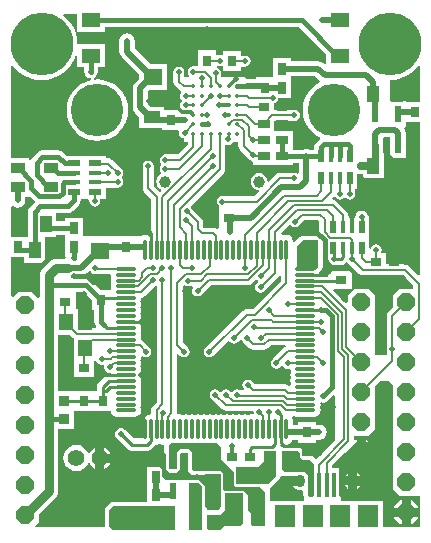
<source format=gtl>
G04*
G04 #@! TF.GenerationSoftware,Altium Limited,Altium Designer,19.1.8 (144)*
G04*
G04 Layer_Physical_Order=1*
G04 Layer_Color=255*
%FSLAX25Y25*%
%MOIN*%
G70*
G01*
G75*
%ADD10C,0.00600*%
%ADD20R,0.01575X0.07874*%
%ADD21R,0.07087X0.07480*%
%ADD22R,0.03740X0.03543*%
%ADD23R,0.03000X0.03740*%
%ADD24R,0.01575X0.04331*%
%ADD25R,0.01968X0.04331*%
%ADD26R,0.03740X0.03000*%
%ADD27R,0.05315X0.03937*%
%ADD28R,0.03000X0.03937*%
%ADD29R,0.03937X0.05512*%
%ADD30R,0.03937X0.03150*%
%ADD31O,0.01102X0.07087*%
%ADD32O,0.07087X0.01102*%
%ADD33R,0.03937X0.03000*%
%ADD34R,0.03937X0.05315*%
%ADD35R,0.02362X0.05512*%
G04:AMPARAMS|DCode=36|XSize=13.39mil|YSize=13.39mil|CornerRadius=6.7mil|HoleSize=0mil|Usage=FLASHONLY|Rotation=270.000|XOffset=0mil|YOffset=0mil|HoleType=Round|Shape=RoundedRectangle|*
%AMROUNDEDRECTD36*
21,1,0.01339,0.00000,0,0,270.0*
21,1,0.00000,0.01339,0,0,270.0*
1,1,0.01339,0.00000,0.00000*
1,1,0.01339,0.00000,0.00000*
1,1,0.01339,0.00000,0.00000*
1,1,0.01339,0.00000,0.00000*
%
%ADD36ROUNDEDRECTD36*%
%ADD37R,0.06299X0.05512*%
%ADD38R,0.06299X0.04724*%
%ADD39R,0.03150X0.07874*%
%ADD40R,0.03543X0.03740*%
%ADD41R,0.04528X0.05512*%
%ADD42R,0.04331X0.01575*%
%ADD43R,0.04331X0.01968*%
%ADD44R,0.04724X0.03740*%
%ADD77C,0.02000*%
%ADD78C,0.01500*%
%ADD79C,0.03000*%
%ADD80C,0.01200*%
%ADD81C,0.01000*%
%ADD82C,0.02500*%
%ADD83C,0.02200*%
%ADD84R,0.03400X0.03800*%
%ADD85R,0.03790X0.03790*%
%ADD86O,0.02362X0.05118*%
%ADD87O,0.03347X0.04134*%
%ADD88P,0.06494X8X22.5*%
%ADD89C,0.05600*%
%ADD90C,0.17500*%
%ADD91C,0.20866*%
%ADD92C,0.02000*%
%ADD93C,0.03937*%
G36*
X23850Y167043D02*
X33150D01*
Y168611D01*
X97744D01*
X106850Y159505D01*
Y156508D01*
X106388Y156316D01*
X106103Y156602D01*
X105276Y157154D01*
X104301Y157348D01*
X95000D01*
Y158268D01*
X89000D01*
Y151870D01*
X83500D01*
Y151449D01*
X80335D01*
X79907Y151877D01*
X71835D01*
Y153400D01*
X71696Y154102D01*
X71298Y154698D01*
X70702Y155096D01*
X70354Y155165D01*
X70404Y155665D01*
X71378D01*
X72000Y155789D01*
X72500Y155546D01*
Y154079D01*
X78500D01*
Y155515D01*
X79878D01*
X80581Y155655D01*
X81176Y156052D01*
X81574Y156648D01*
X81713Y157350D01*
X81574Y158053D01*
X81176Y158648D01*
X80581Y159046D01*
X79878Y159186D01*
X78500D01*
Y160819D01*
X72500D01*
Y159453D01*
X72000Y159212D01*
X71378Y159335D01*
X70000D01*
Y160870D01*
X64000D01*
Y155539D01*
X62604D01*
X61902Y155400D01*
X61306Y155002D01*
X61202Y154898D01*
X60804Y154302D01*
X60665Y153600D01*
X60804Y152898D01*
X61152Y152377D01*
X61067Y152085D01*
X60938Y151877D01*
X59635D01*
Y153600D01*
X59496Y154302D01*
X59098Y154898D01*
X58502Y155296D01*
X57800Y155435D01*
X57098Y155296D01*
X56502Y154898D01*
X56104Y154302D01*
X55965Y153600D01*
Y150400D01*
X56104Y149698D01*
X56502Y149102D01*
X58028Y147576D01*
X58355Y147358D01*
X58609Y147130D01*
X58482Y146717D01*
X58304Y146451D01*
X58165Y145749D01*
X58304Y145047D01*
X58680Y144484D01*
X58742Y144337D01*
Y144012D01*
X58680Y143865D01*
X58304Y143302D01*
X58165Y142600D01*
X58304Y141898D01*
X58609Y141442D01*
X58256Y141070D01*
X52957D01*
Y142105D01*
X48299D01*
X47449Y142956D01*
Y147244D01*
X47949Y147744D01*
X53649D01*
Y156256D01*
X48349D01*
X43049Y161556D01*
Y164100D01*
X42855Y165076D01*
X42302Y165902D01*
X41475Y166455D01*
X40500Y166649D01*
X39524Y166455D01*
X38698Y165902D01*
X38145Y165076D01*
X37951Y164100D01*
Y160500D01*
X38145Y159525D01*
X38698Y158698D01*
X44350Y153045D01*
Y151355D01*
X43098Y150102D01*
X42545Y149276D01*
X42351Y148300D01*
Y141900D01*
X42545Y140925D01*
X43098Y140098D01*
X44642Y138553D01*
Y135169D01*
X49012D01*
X49100Y135151D01*
X52300D01*
Y134330D01*
X57552D01*
X57911Y133830D01*
X57830Y133421D01*
X57969Y132719D01*
X58367Y132123D01*
X58963Y131725D01*
X59602Y131598D01*
X59600Y130300D01*
X60685D01*
Y129580D01*
X57340Y126235D01*
X53300D01*
X52598Y126096D01*
X52002Y125698D01*
X51604Y125102D01*
X51465Y124400D01*
X51604Y123698D01*
X51911Y123238D01*
X51968Y122900D01*
X51911Y122562D01*
X51604Y122102D01*
X51465Y121400D01*
X51604Y120698D01*
X51911Y120239D01*
X51843Y119766D01*
X51786Y119646D01*
X51616Y119575D01*
X51037Y119131D01*
X50594Y118553D01*
X50315Y117879D01*
X50219Y117157D01*
X50315Y116434D01*
X50594Y115761D01*
X51037Y115182D01*
X51616Y114738D01*
X51785Y114668D01*
X51882Y114178D01*
X51400Y113695D01*
X49435Y115660D01*
Y122300D01*
X49296Y123002D01*
X48898Y123598D01*
X48302Y123996D01*
X47600Y124135D01*
X46898Y123996D01*
X46302Y123598D01*
X45904Y123002D01*
X45765Y122300D01*
Y114900D01*
X45904Y114198D01*
X46302Y113602D01*
X48480Y111425D01*
Y98860D01*
X47980Y98708D01*
X47857Y98892D01*
X47178Y99345D01*
X46378Y99505D01*
X45578Y99345D01*
X45210Y99100D01*
X25900D01*
Y105168D01*
X19900D01*
Y103993D01*
X16969D01*
Y106606D01*
X20700D01*
X21578Y106781D01*
X22322Y107278D01*
X24329Y109284D01*
X24826Y110029D01*
X25001Y110907D01*
Y111291D01*
X27551D01*
X27903Y110791D01*
X27865Y110600D01*
X28004Y109898D01*
X28402Y109302D01*
X28998Y108904D01*
X29700Y108765D01*
X30402Y108904D01*
X30998Y109302D01*
X31091Y109396D01*
X31489Y109991D01*
X31629Y110693D01*
Y111291D01*
X33459D01*
Y115090D01*
X37273D01*
X37400Y115065D01*
X38102Y115204D01*
X38698Y115602D01*
X39096Y116198D01*
X39235Y116900D01*
X39096Y117602D01*
X38698Y118198D01*
Y118332D01*
X38792Y118744D01*
X39096Y119198D01*
X39235Y119900D01*
X39096Y120602D01*
X38698Y121198D01*
X35434Y124461D01*
X34839Y124859D01*
X34136Y124999D01*
X33459D01*
Y125709D01*
X20436D01*
X19222Y126922D01*
X18478Y127419D01*
X17600Y127594D01*
X12300D01*
X11422Y127419D01*
X10678Y126922D01*
X8778Y125022D01*
X8350Y124382D01*
X7850Y124483D01*
Y124921D01*
X1931D01*
Y155655D01*
X2431Y155830D01*
X3536Y154536D01*
X4964Y153316D01*
X6566Y152335D01*
X8301Y151616D01*
X10127Y151177D01*
X12000Y151030D01*
X13872Y151177D01*
X15699Y151616D01*
X17434Y152335D01*
X19036Y153316D01*
X20464Y154536D01*
X21684Y155964D01*
X22665Y157566D01*
X23384Y159301D01*
X23850Y159157D01*
Y155232D01*
X26206D01*
Y153800D01*
X26381Y152922D01*
X26878Y152178D01*
X27622Y151681D01*
X28337Y151538D01*
X28363Y151023D01*
X26689Y150516D01*
X24908Y149564D01*
X23347Y148283D01*
X22066Y146722D01*
X21114Y144941D01*
X20528Y143009D01*
X20330Y141000D01*
X20528Y138991D01*
X21114Y137058D01*
X22066Y135278D01*
X23347Y133717D01*
X24908Y132436D01*
X26689Y131484D01*
X28621Y130898D01*
X30630Y130700D01*
X32639Y130898D01*
X34571Y131484D01*
X36352Y132436D01*
X37913Y133717D01*
X39194Y135278D01*
X40146Y137058D01*
X40732Y138991D01*
X40930Y141000D01*
X40732Y143009D01*
X40146Y144941D01*
X39194Y146722D01*
X37913Y148283D01*
X36352Y149564D01*
X34571Y150516D01*
X32639Y151102D01*
X30630Y151300D01*
X29433Y151182D01*
X29359Y151677D01*
X29378Y151681D01*
X30122Y152178D01*
X30619Y152922D01*
X30794Y153800D01*
Y155232D01*
X33150D01*
Y162957D01*
X24010D01*
X23970Y163000D01*
X23823Y164873D01*
X23384Y166699D01*
X22665Y168434D01*
X21684Y170036D01*
X20464Y171464D01*
X19170Y172569D01*
X19345Y173069D01*
X23850D01*
Y167043D01*
D02*
G37*
G36*
X138069Y155655D02*
Y143819D01*
X133500D01*
X133421Y143874D01*
Y143874D01*
X128100D01*
Y151038D01*
X129873Y151177D01*
X131699Y151616D01*
X133434Y152335D01*
X135036Y153316D01*
X136464Y154536D01*
X137569Y155830D01*
X138069Y155655D01*
D02*
G37*
G36*
X77533Y129132D02*
X77672Y128430D01*
X78070Y127834D01*
X81102Y124802D01*
X81102Y124802D01*
X81602Y124302D01*
X82198Y123904D01*
X82531Y123838D01*
Y122600D01*
X95768D01*
Y123249D01*
X97751D01*
Y120097D01*
X97251Y119829D01*
X97002Y119996D01*
X96300Y120135D01*
X91600D01*
X90898Y119996D01*
X90302Y119598D01*
X87748Y117044D01*
X87283Y117286D01*
X87205Y117879D01*
X86926Y118553D01*
X86482Y119131D01*
X85904Y119575D01*
X85231Y119854D01*
X84508Y119949D01*
X83785Y119854D01*
X83112Y119575D01*
X82533Y119131D01*
X82090Y118553D01*
X81811Y117879D01*
X81716Y117157D01*
X81811Y116434D01*
X82090Y115761D01*
X82533Y115182D01*
X83112Y114738D01*
X83785Y114460D01*
X84379Y114381D01*
X84621Y113916D01*
X83040Y112335D01*
X72300D01*
X71598Y112196D01*
X71002Y111798D01*
X70604Y111202D01*
X70465Y110500D01*
X70604Y109798D01*
X71002Y109202D01*
X71200Y109070D01*
Y108000D01*
X71181D01*
Y102081D01*
X70398Y101298D01*
X69802Y101696D01*
X69100Y101835D01*
X66160D01*
X65835Y102160D01*
Y103700D01*
X65696Y104402D01*
X65298Y104998D01*
X61857Y108438D01*
X61777Y109065D01*
X72676Y119964D01*
X73074Y120560D01*
X73213Y121262D01*
Y129206D01*
X73713Y129481D01*
X74300Y129365D01*
X74316Y129368D01*
X74331Y129365D01*
X75033Y129504D01*
X75629Y129902D01*
X75894Y130300D01*
X77533D01*
Y129132D01*
D02*
G37*
G36*
X104598Y150898D02*
X104880Y150709D01*
X104856Y150209D01*
X103648Y149564D01*
X102087Y148283D01*
X100806Y146722D01*
X99854Y144941D01*
X99268Y143009D01*
X99070Y141000D01*
X99268Y138991D01*
X99854Y137058D01*
X100806Y135278D01*
X102087Y133717D01*
X103648Y132436D01*
X104718Y131865D01*
X104742Y131365D01*
X104678Y131322D01*
X103653Y130298D01*
X103156Y129553D01*
X103088Y129209D01*
X102791D01*
Y127837D01*
X101366D01*
X101276Y127898D01*
X100300Y128092D01*
X99325Y127898D01*
X99234Y127837D01*
X95768D01*
Y134000D01*
X89468D01*
Y137365D01*
X96300D01*
X97002Y137504D01*
X97598Y137902D01*
X97996Y138498D01*
X98135Y139200D01*
Y139300D01*
X97996Y140002D01*
X97598Y140598D01*
X97002Y140996D01*
X96300Y141135D01*
X95797Y141035D01*
X89370D01*
Y143219D01*
X89802Y143304D01*
X90398Y143702D01*
X90796Y144298D01*
X90935Y145000D01*
X90961Y145031D01*
X95000D01*
Y152250D01*
X103245D01*
X104598Y150898D01*
D02*
G37*
G36*
X138069Y86080D02*
X137607Y85888D01*
X134398Y89098D01*
X133802Y89496D01*
X133100Y89635D01*
X126819D01*
Y93500D01*
X125284D01*
Y94143D01*
X125335Y94400D01*
X125196Y95102D01*
X124798Y95698D01*
X124202Y96096D01*
X123500Y96235D01*
X122798Y96096D01*
X122202Y95698D01*
X122151Y95647D01*
X121753Y95051D01*
X121709Y94827D01*
X121209Y94876D01*
Y98378D01*
Y105709D01*
X120717D01*
X120608Y106256D01*
X120166Y106918D01*
X119505Y107360D01*
X118724Y107515D01*
X117944Y107360D01*
X117282Y106918D01*
X116841Y106256D01*
X116732Y105709D01*
X116240D01*
Y100304D01*
X115740Y100037D01*
X115502Y100196D01*
X114800Y100335D01*
X114713D01*
Y105709D01*
X114260D01*
Y105875D01*
X114121Y106577D01*
X113723Y107173D01*
X110298Y110598D01*
X109702Y110996D01*
X109115Y111112D01*
X108877Y111582D01*
X109442Y112146D01*
X109445Y112147D01*
X110058Y112055D01*
X110277Y111727D01*
X110302Y111702D01*
X110898Y111304D01*
X111600Y111165D01*
X112302Y111304D01*
X112898Y111702D01*
X112935Y111758D01*
X113500Y111704D01*
X113502Y111702D01*
X114098Y111304D01*
X114800Y111165D01*
X115502Y111304D01*
X116098Y111702D01*
X116496Y112298D01*
X116635Y113000D01*
X116560Y113380D01*
Y114791D01*
X117209D01*
Y119608D01*
X117624Y119886D01*
X117782Y119821D01*
X118500Y119726D01*
X119095D01*
Y118342D01*
X126031D01*
Y126657D01*
X125941D01*
Y131851D01*
X128059D01*
Y125126D01*
X133421D01*
Y133638D01*
X133234D01*
X133095Y134335D01*
X132743Y134862D01*
X133010Y135362D01*
X133421D01*
Y136611D01*
X133500Y137079D01*
X138069D01*
Y86080D01*
D02*
G37*
G36*
X7850Y112079D02*
Y112079D01*
X8310Y111945D01*
X9678Y110578D01*
X9701Y110345D01*
X8138Y108782D01*
X7640Y108038D01*
X7466Y107160D01*
Y98902D01*
X7000Y98819D01*
Y98819D01*
X1931D01*
Y108755D01*
X2431Y109022D01*
X3013Y108633D01*
X3988Y108439D01*
X4964Y108633D01*
X5791Y109186D01*
X6343Y110013D01*
X6537Y110988D01*
Y112079D01*
X7850D01*
X7850Y112079D01*
D02*
G37*
G36*
X104565Y103840D02*
Y100300D01*
X104704Y99598D01*
X104765Y99507D01*
X104464Y99057D01*
X104100Y99129D01*
X99100D01*
X98515Y99013D01*
X98019Y98681D01*
X96213Y96876D01*
X95842Y96976D01*
X95713Y97066D01*
Y97413D01*
X95554Y98214D01*
X95101Y98892D01*
X94422Y99345D01*
X93622Y99505D01*
X92822Y99345D01*
X92638Y99223D01*
X92454Y99345D01*
X92115Y99413D01*
X91951Y99955D01*
X94582Y102586D01*
X95079Y102537D01*
X95102Y102502D01*
X95698Y102104D01*
X96400Y101965D01*
X97102Y102104D01*
X97698Y102502D01*
X99460Y104265D01*
X104140D01*
X104565Y103840D01*
D02*
G37*
G36*
X19900Y98231D02*
Y91931D01*
X20149D01*
X20152Y91926D01*
X19835Y91426D01*
X16900D01*
X16117Y91323D01*
X15387Y91021D01*
X14760Y90540D01*
X14760Y90540D01*
X12260Y88040D01*
X11779Y87413D01*
X11477Y86683D01*
X11374Y85900D01*
Y82800D01*
Y78554D01*
X10874Y78376D01*
X8750Y80500D01*
X4250D01*
X2431Y78681D01*
X1931Y78888D01*
Y91882D01*
X6291D01*
Y90110D01*
X13228D01*
Y98622D01*
X13666Y98772D01*
X16969D01*
Y99405D01*
X19900D01*
Y98231D01*
D02*
G37*
G36*
X104200Y97500D02*
Y88700D01*
X103300Y87800D01*
X97200Y88000D01*
Y95700D01*
X99100Y97600D01*
X104100D01*
X104200Y97500D01*
D02*
G37*
G36*
X28407Y87195D02*
X28602Y86902D01*
X29198Y86504D01*
X29427Y86459D01*
X29476Y86427D01*
X30178Y86287D01*
X34886D01*
X34995Y86154D01*
X35155Y85353D01*
X35277Y85169D01*
X35155Y84985D01*
X34995Y84185D01*
X35155Y83385D01*
X35277Y83201D01*
X35155Y83017D01*
X34995Y82217D01*
X35155Y81416D01*
X35099Y81341D01*
X34800Y80970D01*
Y80970D01*
X34800Y80970D01*
X31974D01*
X28522Y84422D01*
X27778Y84919D01*
X26900Y85094D01*
X21965D01*
X21865Y85594D01*
X22313Y85780D01*
X22406Y85851D01*
X25300D01*
X26276Y86045D01*
X27102Y86598D01*
X27778Y87273D01*
X28407Y87195D01*
D02*
G37*
G36*
X91787Y85591D02*
Y83982D01*
X82490Y74685D01*
X80350D01*
X79648Y74546D01*
X79052Y74148D01*
X66602Y61698D01*
X66204Y61102D01*
X66065Y60400D01*
X66204Y59698D01*
X66602Y59102D01*
X67198Y58704D01*
X67900Y58565D01*
X68602Y58704D01*
X69198Y59102D01*
X73999Y63904D01*
X74643Y63841D01*
X74802Y63602D01*
X75398Y63204D01*
X76100Y63065D01*
X76802Y63204D01*
X77398Y63602D01*
X78295Y64499D01*
X78601Y64406D01*
X78787Y64285D01*
X78804Y64198D01*
X79202Y63602D01*
X81102Y61702D01*
X81698Y61304D01*
X82400Y61165D01*
X86170D01*
X86872Y61304D01*
X87468Y61702D01*
X88430Y62665D01*
X93269D01*
X93420Y62165D01*
X92965Y61861D01*
X89003Y57898D01*
X89002Y57898D01*
X88604Y57302D01*
X88464Y56600D01*
X88604Y55898D01*
X89002Y55302D01*
X89597Y54904D01*
X90300Y54765D01*
X90300D01*
X91002Y54904D01*
X91598Y55302D01*
X91925Y55630D01*
X92569Y55567D01*
X92728Y55328D01*
X92854Y55202D01*
X93450Y54804D01*
X94152Y54665D01*
X94300D01*
X94743Y54753D01*
X94838Y54658D01*
X94997Y53857D01*
X95120Y53673D01*
X94997Y53489D01*
X94838Y52689D01*
X94997Y51889D01*
X95120Y51705D01*
X94997Y51521D01*
X94838Y50721D01*
X94997Y49920D01*
X95120Y49736D01*
X94997Y49552D01*
X94923Y49180D01*
X94398Y48998D01*
X93802Y49396D01*
X93100Y49535D01*
X83160D01*
X82098Y50598D01*
X81502Y50996D01*
X80800Y51135D01*
X80098Y50996D01*
X79502Y50598D01*
X79104Y50002D01*
X78965Y49300D01*
X79104Y48598D01*
X79408Y48143D01*
X79209Y47643D01*
X78285D01*
X78192Y47624D01*
X77936Y47796D01*
X77233Y47935D01*
X76531Y47796D01*
X75936Y47398D01*
X75790Y47179D01*
X75146Y47116D01*
X74864Y47398D01*
X74269Y47796D01*
X73567Y47935D01*
X72864Y47796D01*
X72269Y47398D01*
X72123Y47179D01*
X71479Y47116D01*
X71198Y47398D01*
X70602Y47796D01*
X69900Y47935D01*
X69198Y47796D01*
X68602Y47398D01*
X68204Y46802D01*
X68065Y46100D01*
X68204Y45398D01*
X68602Y44802D01*
X72102Y41302D01*
X72698Y40904D01*
X73400Y40765D01*
X82504D01*
X82821Y40378D01*
X82789Y40215D01*
X82846Y39927D01*
X82812Y39865D01*
X82413Y39542D01*
X81811Y39662D01*
X81011Y39503D01*
X80827Y39380D01*
X80643Y39503D01*
X79843Y39662D01*
X79042Y39503D01*
X78858Y39380D01*
X78674Y39503D01*
X77874Y39662D01*
X77074Y39503D01*
X76890Y39380D01*
X76706Y39503D01*
X75906Y39662D01*
X75105Y39503D01*
X74921Y39380D01*
X74737Y39503D01*
X73937Y39662D01*
X73137Y39503D01*
X72953Y39380D01*
X72769Y39503D01*
X71969Y39662D01*
X71168Y39503D01*
X70984Y39380D01*
X70800Y39503D01*
X70000Y39662D01*
X69200Y39503D01*
X69016Y39380D01*
X68832Y39503D01*
X68032Y39662D01*
X67231Y39503D01*
X67047Y39380D01*
X66863Y39503D01*
X66063Y39662D01*
X65263Y39503D01*
X65079Y39380D01*
X64895Y39503D01*
X64095Y39662D01*
X63294Y39503D01*
X63110Y39380D01*
X62926Y39503D01*
X62126Y39662D01*
X61326Y39503D01*
X61142Y39380D01*
X60958Y39503D01*
X60158Y39662D01*
X59357Y39503D01*
X59173Y39380D01*
X58989Y39503D01*
X58189Y39662D01*
X57573Y39540D01*
X57154Y39871D01*
X57135Y39900D01*
Y59616D01*
X57597Y59807D01*
X58302Y59102D01*
X58898Y58704D01*
X59600Y58565D01*
X60302Y58704D01*
X60898Y59102D01*
X61296Y59698D01*
X61435Y60400D01*
X61296Y61102D01*
X60898Y61698D01*
X59035Y63560D01*
Y82421D01*
X59462Y82816D01*
X59602Y82802D01*
X60198Y82404D01*
X60900Y82265D01*
X62209D01*
X62477Y81765D01*
X62304Y81507D01*
X62165Y80805D01*
X62304Y80102D01*
X62702Y79507D01*
X63298Y79109D01*
X64000Y78969D01*
X64702Y79109D01*
X65298Y79507D01*
X68455Y82665D01*
X80900D01*
X81602Y82804D01*
X82198Y83202D01*
X83434Y84439D01*
X83802Y84402D01*
X84040Y84243D01*
X84104Y83599D01*
X83702Y83198D01*
X83304Y82602D01*
X83165Y81900D01*
X83304Y81198D01*
X83702Y80602D01*
X84298Y80204D01*
X85000Y80065D01*
X85702Y80204D01*
X86298Y80602D01*
X90983Y85287D01*
X91287Y85742D01*
X91787Y85591D01*
D02*
G37*
G36*
X28800Y77656D02*
Y74230D01*
X29506D01*
Y70500D01*
X29680Y69622D01*
X30178Y68878D01*
X30290Y68766D01*
X30099Y68304D01*
X24481D01*
X24016Y68769D01*
Y74685D01*
X23506D01*
X23500Y74700D01*
Y80506D01*
X25950D01*
X28800Y77656D01*
D02*
G37*
G36*
X106791Y97313D02*
Y91291D01*
X107413D01*
X107430Y91205D01*
X107872Y90544D01*
X108116Y90381D01*
X108302Y90102D01*
X108410Y90030D01*
X108458Y89958D01*
X109120Y89516D01*
X109900Y89361D01*
X111839D01*
X112620Y89516D01*
X113281Y89958D01*
X113546Y90222D01*
X114189Y90159D01*
X114277Y90027D01*
X117802Y86502D01*
X118398Y86104D01*
X119100Y85965D01*
X132340D01*
X135965Y82340D01*
Y81589D01*
X135750Y81500D01*
X131250D01*
X129000Y79250D01*
Y75095D01*
X127602Y73698D01*
X127204Y73102D01*
X127065Y72400D01*
Y61200D01*
Y59620D01*
X126750Y59250D01*
X123000D01*
Y79250D01*
X120750Y81500D01*
X116250D01*
X114000Y79250D01*
Y76949D01*
X113538Y76757D01*
X109257Y81038D01*
X109449Y81500D01*
X115319D01*
Y87500D01*
X108579D01*
Y86224D01*
X104597D01*
X104446Y86724D01*
X104566Y86903D01*
X105281Y87619D01*
X105613Y88115D01*
X105729Y88700D01*
Y97500D01*
X105688Y97710D01*
X106149Y97956D01*
X106791Y97313D01*
D02*
G37*
G36*
X50365Y82216D02*
Y43760D01*
X49017Y42413D01*
X48619Y41817D01*
X48480Y41115D01*
Y39772D01*
X48346Y39662D01*
X47546Y39503D01*
X46868Y39050D01*
X46414Y38371D01*
X46255Y37571D01*
Y31587D01*
X46216Y31539D01*
X42865D01*
X39942Y34462D01*
X39280Y34904D01*
X38500Y35059D01*
X37720Y34904D01*
X37058Y34462D01*
X36616Y33801D01*
X36461Y33020D01*
X36616Y32240D01*
X37058Y31578D01*
X40578Y28058D01*
X40578Y28058D01*
X41240Y27616D01*
X42020Y27461D01*
X47200D01*
X47980Y27616D01*
X48642Y28058D01*
X49788Y29204D01*
X50022Y29554D01*
X50315Y29495D01*
X51115Y29654D01*
X51299Y29777D01*
X51483Y29654D01*
X52284Y29495D01*
X52535Y29545D01*
X52889Y29192D01*
X52871Y29100D01*
Y26929D01*
X53500Y26300D01*
X53500Y21200D01*
X54519Y20181D01*
X57181Y20181D01*
X58300Y21300D01*
X58300Y26400D01*
X58700Y26800D01*
X60700D01*
X60900Y26600D01*
Y20800D01*
X62200Y19500D01*
X71700D01*
X71800Y19400D01*
Y8900D01*
X71571Y8671D01*
Y8134D01*
X70967Y7529D01*
X67300D01*
X67029Y7751D01*
Y8271D01*
X66400Y8900D01*
Y15800D01*
X64500Y17700D01*
X53409D01*
X52100Y19010D01*
Y21400D01*
X51600Y21900D01*
X47000D01*
Y15382D01*
Y10429D01*
X35800D01*
X35215Y10313D01*
X34719Y9981D01*
X33519Y8781D01*
X33187Y8285D01*
X33071Y7700D01*
Y2200D01*
X32850Y1931D01*
X9834D01*
X9643Y2393D01*
X11000Y3750D01*
Y6221D01*
X16540Y11760D01*
X17020Y12387D01*
X17323Y13117D01*
X17426Y13900D01*
X17426Y13900D01*
Y34579D01*
X22772D01*
Y40681D01*
X35034D01*
X35155Y40078D01*
X35608Y39399D01*
X36286Y38946D01*
X37087Y38787D01*
X43071D01*
X43871Y38946D01*
X44550Y39399D01*
X45003Y40078D01*
X45162Y40878D01*
X45003Y41678D01*
X44880Y41862D01*
X45003Y42046D01*
X45162Y42847D01*
X45003Y43647D01*
X44880Y43831D01*
X45003Y44015D01*
X45162Y44815D01*
X45003Y45615D01*
X44880Y45799D01*
X45003Y45983D01*
X45162Y46784D01*
X45003Y47584D01*
X44880Y47768D01*
X45003Y47952D01*
X45162Y48752D01*
X45003Y49552D01*
X44880Y49736D01*
X45003Y49920D01*
X45162Y50721D01*
X45003Y51521D01*
X44550Y52199D01*
X44267Y52388D01*
Y52990D01*
X44550Y53179D01*
X45003Y53857D01*
X45162Y54658D01*
X45003Y55458D01*
X44880Y55642D01*
X45003Y55826D01*
X45162Y56626D01*
X45003Y57426D01*
X44880Y57610D01*
X45003Y57794D01*
X45162Y58595D01*
X45127Y58770D01*
X45325Y58946D01*
X45581Y59049D01*
X46098Y58704D01*
X46800Y58565D01*
X47502Y58704D01*
X48098Y59102D01*
X48496Y59698D01*
X48635Y60400D01*
X48496Y61102D01*
X48098Y61698D01*
X45966Y63829D01*
X45371Y64227D01*
X45162Y64500D01*
X45003Y65300D01*
X44880Y65484D01*
X45003Y65668D01*
X45162Y66469D01*
X45003Y67269D01*
X44880Y67453D01*
X45003Y67637D01*
X45162Y68437D01*
X45003Y69237D01*
X44550Y69916D01*
X44267Y70105D01*
Y70706D01*
X44550Y70895D01*
X45003Y71574D01*
X45162Y72374D01*
X45003Y73174D01*
X44880Y73358D01*
X45003Y73542D01*
X45162Y74343D01*
X45003Y75143D01*
X44880Y75327D01*
X45003Y75511D01*
X45162Y76311D01*
X45003Y77111D01*
X44880Y77295D01*
X45003Y77479D01*
X45162Y78280D01*
X45627Y78508D01*
X45850Y78553D01*
X46446Y78950D01*
X49903Y82407D01*
X50365Y82216D01*
D02*
G37*
G36*
X22423Y65171D02*
X22787Y64927D01*
Y58000D01*
X22681D01*
Y52000D01*
X29421D01*
Y57512D01*
X30262D01*
X30304Y57298D01*
X30702Y56702D01*
X31298Y56304D01*
X32000Y56165D01*
X32624D01*
X32758Y56023D01*
X32957Y55665D01*
X32865Y55200D01*
X33004Y54498D01*
X33402Y53902D01*
X33998Y53504D01*
X34700Y53365D01*
X35110Y53446D01*
X35267Y53260D01*
X35035Y52760D01*
X34420D01*
X33640Y52604D01*
X32979Y52162D01*
X32978Y52162D01*
X31058Y50242D01*
X30616Y49580D01*
X30461Y48800D01*
Y47500D01*
X17426D01*
Y66173D01*
X21420D01*
X22423Y65171D01*
D02*
G37*
G36*
X109700Y45702D02*
Y30695D01*
X105600Y26595D01*
Y26300D01*
X104900Y25600D01*
X104605D01*
X103573Y24568D01*
X102564Y25578D01*
X102530Y25600D01*
X98900D01*
Y28063D01*
X98581Y28381D01*
X98085Y28713D01*
X97500Y28829D01*
X92200D01*
X92055Y28800D01*
X91787Y29000D01*
X91642Y29272D01*
X91724Y29685D01*
X91724Y29685D01*
Y29903D01*
X92224Y30054D01*
X92822Y29654D01*
X93622Y29495D01*
X94422Y29654D01*
X95101Y30108D01*
X95554Y30786D01*
X95597Y31002D01*
X97500D01*
Y30181D01*
X103500D01*
Y31051D01*
X104600D01*
X105576Y31245D01*
X106402Y31798D01*
X106955Y32625D01*
X107149Y33600D01*
X106955Y34576D01*
X106402Y35402D01*
X105576Y35955D01*
X104600Y36149D01*
X103500D01*
Y36921D01*
X97500D01*
Y36100D01*
X95713D01*
Y37571D01*
X95554Y38371D01*
X95535Y38399D01*
X95769Y38911D01*
X96093Y38970D01*
X96129Y38946D01*
X96929Y38787D01*
X102913D01*
X103714Y38946D01*
X104392Y39399D01*
X104845Y40078D01*
X105005Y40878D01*
X104845Y41678D01*
X104723Y41862D01*
X104845Y42046D01*
X105005Y42847D01*
X104937Y43188D01*
X105362Y43613D01*
X105900Y43506D01*
X106778Y43681D01*
X107522Y44178D01*
X109238Y45894D01*
X109700Y45702D01*
D02*
G37*
G36*
X90200Y27300D02*
Y19000D01*
X87400Y16200D01*
X76900D01*
Y21900D01*
X84200D01*
X86000Y23700D01*
Y27200D01*
X86200Y27400D01*
X90100D01*
X90200Y27300D01*
D02*
G37*
G36*
X98000Y26800D02*
Y25200D01*
X98704Y24496D01*
X101482D01*
X102900Y23078D01*
X102900Y12500D01*
X102600Y12200D01*
X101200D01*
X100800Y12600D01*
Y19300D01*
X99600Y20500D01*
X93000D01*
X92200Y21300D01*
Y27300D01*
X97500D01*
X98000Y26800D01*
D02*
G37*
G36*
X92415Y19087D02*
X93000Y18971D01*
X95344D01*
X95409Y18890D01*
X98260D01*
Y15890D01*
X95825D01*
X95925Y15648D01*
X96353Y15089D01*
X96912Y14661D01*
X97562Y14391D01*
X98260Y14299D01*
X98771Y14367D01*
X99271Y14039D01*
Y12600D01*
X99387Y12015D01*
X99594Y11704D01*
Y10819D01*
X88177D01*
X88129Y11299D01*
Y13700D01*
X88013Y14285D01*
X87992Y14317D01*
X88188Y14923D01*
X88481Y15119D01*
X91281Y17919D01*
X91613Y18415D01*
X91720Y18950D01*
X91864Y19057D01*
X92229Y19211D01*
X92415Y19087D01*
D02*
G37*
G36*
X71900Y28700D02*
X71900Y24500D01*
X74500Y21900D01*
X76100Y20300D01*
X76100Y16000D01*
X76600Y15500D01*
X84800D01*
X86600Y13700D01*
X86600Y2300D01*
X86700Y2200D01*
X82400D01*
X81800Y2800D01*
X81900Y2900D01*
Y6400D01*
X80700Y7600D01*
Y12700D01*
X79500Y13900D01*
X73300D01*
X72400Y14800D01*
X72400Y20000D01*
X71700Y20700D01*
X62600Y20700D01*
X62100Y21200D01*
X62100Y27000D01*
X61200Y27900D01*
X58000Y27900D01*
X57200Y27100D01*
Y21500D01*
X57000Y21300D01*
X54400D01*
Y29100D01*
X55300Y30000D01*
X70600D01*
X71900Y28700D01*
D02*
G37*
G36*
X129000Y49250D02*
Y44750D01*
Y39250D01*
Y34750D01*
Y29250D01*
Y24750D01*
Y19250D01*
Y14750D01*
X131250Y12500D01*
X131900D01*
X132200Y12200D01*
X138069D01*
Y1931D01*
X125823D01*
Y10819D01*
X111846D01*
Y12166D01*
X111300Y12200D01*
Y21547D01*
X108835D01*
Y22640D01*
X112896Y26700D01*
X113300D01*
X114038Y27438D01*
X116800Y30200D01*
X117000D01*
Y31000D01*
X116500D01*
X116250Y31104D01*
Y32500D01*
X120750D01*
X123000Y34750D01*
Y39250D01*
Y44750D01*
Y48905D01*
X124770Y50675D01*
X127575D01*
X129000Y49250D01*
D02*
G37*
G36*
X79100Y13300D02*
X79100Y3100D01*
X78200Y2200D01*
X72884D01*
X71700Y1016D01*
X67784D01*
X67300Y1500D01*
Y6000D01*
X71600D01*
X73100Y7500D01*
X73100Y13300D01*
X79100Y13300D01*
D02*
G37*
G36*
X56600Y1000D02*
X35800D01*
X34600Y2200D01*
Y7700D01*
X35800Y8900D01*
X56600D01*
Y1000D01*
D02*
G37*
G36*
X64300Y16800D02*
X65500Y15600D01*
X65500Y1000D01*
X61300Y1000D01*
Y16800D01*
X64300Y16800D01*
D02*
G37*
%LPC*%
G36*
X32937Y28492D02*
Y26500D01*
X34929D01*
X34756Y26916D01*
X34147Y27710D01*
X33353Y28319D01*
X32937Y28492D01*
D02*
G37*
G36*
X34929Y23500D02*
X32937D01*
Y21508D01*
X33353Y21681D01*
X34147Y22290D01*
X34756Y23084D01*
X34929Y23500D01*
D02*
G37*
G36*
X23563Y29337D02*
X22441Y29189D01*
X21395Y28756D01*
X20496Y28067D01*
X19807Y27169D01*
X19374Y26122D01*
X19226Y25000D01*
X19374Y23877D01*
X19807Y22831D01*
X20496Y21933D01*
X21395Y21244D01*
X22441Y20811D01*
X23563Y20663D01*
X24686Y20811D01*
X25732Y21244D01*
X26630Y21933D01*
X27319Y22831D01*
X27500Y23268D01*
X28041D01*
X28118Y23084D01*
X28727Y22290D01*
X29521Y21681D01*
X29937Y21508D01*
Y25000D01*
Y28492D01*
X29521Y28319D01*
X28727Y27710D01*
X28118Y26916D01*
X28041Y26732D01*
X27500D01*
X27319Y27169D01*
X26630Y28067D01*
X25732Y28756D01*
X24686Y29189D01*
X23563Y29337D01*
D02*
G37*
G36*
X120000Y31000D02*
Y30200D01*
X121300D01*
X120500Y31000D01*
X120000D01*
D02*
G37*
G36*
X117240Y20002D02*
Y18890D01*
X118175D01*
X118075Y19131D01*
X117647Y19690D01*
X117240Y20002D01*
D02*
G37*
G36*
X114240D02*
X113834Y19690D01*
X113405Y19131D01*
X113305Y18890D01*
X114240D01*
Y20002D01*
D02*
G37*
G36*
X118175Y15890D02*
X117240D01*
Y14777D01*
X117647Y15089D01*
X118075Y15648D01*
X118175Y15890D01*
D02*
G37*
G36*
X114240D02*
X113305D01*
X113405Y15648D01*
X113834Y15089D01*
X114240Y14777D01*
Y15890D01*
D02*
G37*
G36*
X135500Y11000D02*
X135000D01*
Y8500D01*
X137500D01*
Y9000D01*
X135500Y11000D01*
D02*
G37*
G36*
X132000D02*
X131500D01*
X129500Y9000D01*
Y8500D01*
X132000D01*
Y11000D01*
D02*
G37*
G36*
X137500Y5500D02*
X135000D01*
Y3000D01*
X135500D01*
X137500Y5000D01*
Y5500D01*
D02*
G37*
G36*
X132000D02*
X129500D01*
Y5000D01*
X131500Y3000D01*
X132000D01*
Y5500D01*
D02*
G37*
%LPD*%
D10*
X80900Y84500D02*
X85748Y89348D01*
X67695Y84500D02*
X80900D01*
X64000Y80805D02*
X67695Y84500D01*
X67100Y86200D02*
X80800D01*
X65000Y84100D02*
X67100Y86200D01*
X60900Y84100D02*
X65000D01*
X80800Y86200D02*
X83780Y89179D01*
X82400Y126100D02*
X82900Y125600D01*
X79368Y129132D02*
X82400Y126100D01*
X81200Y132300D02*
Y135535D01*
X78885Y137850D02*
X81200Y135535D01*
X75905Y137850D02*
X78885D01*
X110900Y60600D02*
X112900Y58600D01*
Y31300D02*
Y58600D01*
X104441Y22841D02*
X112900Y31300D01*
X110900Y60600D02*
Y72600D01*
X112200Y61300D02*
Y73300D01*
Y61300D02*
X114200Y59300D01*
Y30600D02*
Y59300D01*
X107000Y23400D02*
X114200Y30600D01*
X88700Y139200D02*
X96300D01*
X93753Y42847D02*
X99921D01*
X92600Y44000D02*
X93753Y42847D01*
X75667Y44000D02*
X92600D01*
X74331Y131200D02*
Y133126D01*
X55300Y88300D02*
X55600Y88600D01*
X57200Y83400D02*
X60100Y86300D01*
X57200Y62800D02*
Y83400D01*
Y62800D02*
X59600Y60400D01*
X60400Y107300D02*
X64000Y103700D01*
Y101400D02*
Y103700D01*
Y101400D02*
X65400Y100000D01*
X62126Y94421D02*
Y102474D01*
X60300Y104300D02*
X62126Y102474D01*
X65400Y100000D02*
X69100D01*
X58000Y107884D02*
X71378Y121262D01*
X60158Y94421D02*
Y99700D01*
X58000Y101857D02*
Y107884D01*
Y101857D02*
X60158Y99700D01*
X69100Y100000D02*
X70000Y99100D01*
X108200Y98500D02*
X114800D01*
X106400Y100300D02*
X108200Y98500D01*
X106400Y100300D02*
Y104600D01*
X98700Y106100D02*
X104900D01*
X96400Y103800D02*
X98700Y106100D01*
X104900D02*
X106400Y104600D01*
X114800Y98500D02*
X115575Y97725D01*
Y94957D02*
Y97725D01*
X91600Y118300D02*
X96300D01*
X83800Y110500D02*
X91600Y118300D01*
X72300Y110500D02*
X83800D01*
X112425Y102043D02*
Y105875D01*
X109000Y109300D02*
X112425Y105875D01*
X96000Y109300D02*
X109000D01*
X87717Y101016D02*
X96000Y109300D01*
X87717Y94421D02*
Y101016D01*
X94300Y110700D02*
X105400D01*
X83780Y100180D02*
X94300Y110700D01*
X83780Y94421D02*
Y100180D01*
X97043Y107643D02*
X107257D01*
X109276Y105624D01*
X65200Y86300D02*
X68032Y89131D01*
X60100Y86300D02*
X65200D01*
X59200Y88500D02*
X62300D01*
X58189Y89511D02*
X59200Y88500D01*
X58189Y89511D02*
Y94421D01*
X59326Y148874D02*
X62520D01*
X57800Y150400D02*
X59326Y148874D01*
X57800Y150400D02*
Y153600D01*
X59665Y133421D02*
X62520Y136276D01*
X85000Y81900D02*
X89685Y86585D01*
X80500Y64900D02*
X82400Y63000D01*
X86170D01*
X87670Y64500D02*
X99921D01*
X86170Y63000D02*
X87670Y64500D01*
X86668Y66469D02*
X99921D01*
X85300Y65100D02*
X86668Y66469D01*
X66988Y139313D02*
X67100Y139200D01*
X65584Y139313D02*
X66988D01*
X65472Y139425D02*
X65584Y139313D01*
X81200Y132300D02*
X82400Y131100D01*
X74331Y136276D02*
X75905Y137850D01*
X77283Y145724D02*
X80324D01*
X81048Y145000D01*
X89100D01*
X60276Y145724D02*
X62520D01*
X60063Y142637D02*
X62458D01*
X62520Y142575D01*
X94100Y76311D02*
X99921D01*
X65472Y142769D02*
X68503Y145800D01*
X65472Y142575D02*
Y142769D01*
X68400Y145800D02*
X68503D01*
X68425Y148874D02*
Y151675D01*
X66396Y153704D02*
X68425Y151675D01*
X62604Y153704D02*
X66396D01*
X70000Y150252D02*
Y153400D01*
Y150252D02*
X71378Y148874D01*
X53300Y121400D02*
X57800D01*
X65472Y129072D01*
X58100Y124400D02*
X62520Y128820D01*
X53300Y124400D02*
X58100D01*
X70000Y94421D02*
Y99100D01*
X89626Y72374D02*
X99921D01*
X87700Y74300D02*
X89626Y72374D01*
X89685Y86585D02*
Y94421D01*
X87717Y88317D02*
Y94421D01*
X85100Y85700D02*
X87717Y88317D01*
X105194Y70406D02*
X105200Y70400D01*
X99921Y70406D02*
X105194D01*
X104363Y68437D02*
X105900Y66900D01*
X99921Y68437D02*
X104363D01*
X105220Y78280D02*
X110900Y72600D01*
X99921Y78280D02*
X105220D01*
X105252Y80248D02*
X112200Y73300D01*
X99921Y80248D02*
X105252D01*
X113500Y62000D02*
Y74200D01*
X105483Y82217D02*
X113500Y74200D01*
X99921Y82217D02*
X105483D01*
X88705Y71000D02*
X89300Y70406D01*
X82200Y71000D02*
X88705D01*
X76100Y64900D02*
X82200Y71000D01*
X89300Y70406D02*
X99921D01*
X83163Y68437D02*
X99921D01*
X114724Y113076D02*
X114800Y113000D01*
X114724Y113076D02*
Y118457D01*
X111575Y113025D02*
X111600Y113000D01*
X111575Y113025D02*
Y118457D01*
X80350Y72850D02*
X83250D01*
X93622Y83222D02*
Y94421D01*
X83250Y72850D02*
X93622Y83222D01*
X90300Y56600D02*
X90300D01*
X94263Y60563D01*
X99921D01*
X44668Y62532D02*
X46800Y60400D01*
X67900D02*
X80350Y72850D01*
X99951Y58564D02*
X103736D01*
X99921Y58595D02*
X99951Y58564D01*
X103736D02*
X105700Y56600D01*
X52284Y39683D02*
X52500Y39900D01*
X52284Y34579D02*
Y39683D01*
X52200Y43000D02*
Y84200D01*
X50315Y41115D02*
X52200Y43000D01*
X50315Y34579D02*
Y41115D01*
X55300Y39900D02*
Y88300D01*
X54252Y38852D02*
X55300Y39900D01*
X68032Y89131D02*
Y94421D01*
X94026Y56626D02*
X99921D01*
X94152Y56500D02*
X94300D01*
X94026Y56626D02*
X94152Y56500D01*
X89685Y94421D02*
Y100285D01*
X97043Y107643D01*
X109276Y102043D02*
Y105624D01*
X105400Y110700D02*
X108425Y113725D01*
X103700Y112300D02*
X105276Y113876D01*
X92900Y112300D02*
X103700D01*
X79843Y99243D02*
X92900Y112300D01*
X79843Y94421D02*
Y99243D01*
X105276Y113876D02*
Y118457D01*
X108425Y113725D02*
Y118457D01*
X54252Y34579D02*
Y38852D01*
X45443Y86642D02*
X47300Y88500D01*
X44385Y84185D02*
X45443Y85242D01*
Y86642D01*
X47300Y88500D02*
X49100D01*
X48300Y86400D02*
X50400D01*
X44117Y82217D02*
X48300Y86400D01*
X50400D02*
X52200Y88200D01*
X40079Y82217D02*
X44117D01*
X40079Y84185D02*
X44385D01*
X40079Y80248D02*
X45148D01*
X49100Y84200D01*
X52200Y88200D02*
Y88500D01*
X83780Y89179D02*
Y94421D01*
X85748Y89348D02*
Y94421D01*
X79800Y88300D02*
X79843Y88342D01*
Y94421D01*
X47600Y114900D02*
Y122300D01*
X56221Y94421D02*
Y109421D01*
X69200Y122400D01*
X54252Y94421D02*
Y110652D01*
X69200Y125600D01*
X68425Y128125D02*
Y133126D01*
X52284Y111984D02*
X68425Y128125D01*
X52284Y94421D02*
Y111984D01*
X50315Y94421D02*
Y112185D01*
X47600Y114900D02*
X50315Y112185D01*
X137800Y71300D02*
Y83100D01*
X133100Y87800D02*
X137800Y83100D01*
X119100Y87800D02*
X133100D01*
X93522Y40878D02*
X99921D01*
X91800Y42600D02*
X93522Y40878D01*
X73400Y42600D02*
X91800D01*
X40079Y62532D02*
X44668D01*
X34700Y55200D02*
X36126Y56626D01*
X40079D01*
X93100Y47700D02*
X94016Y46784D01*
X82400Y47700D02*
X93100D01*
X80800Y49300D02*
X82400Y47700D01*
X73567Y46100D02*
X75667Y44000D01*
X69900Y46100D02*
X73400Y42600D01*
X92908Y45807D02*
X93900Y44815D01*
X78285Y45807D02*
X92908D01*
X37375Y116925D02*
X37400Y116900D01*
X29793Y116925D02*
X37375D01*
X113500Y62000D02*
X118500Y57000D01*
X62500Y153600D02*
X62604Y153704D01*
X29793Y110693D02*
Y113776D01*
X29700Y110600D02*
X29793Y110693D01*
X30100Y88200D02*
X30178Y88122D01*
X40079D01*
X104441Y16110D02*
Y22841D01*
X34136Y123164D02*
X37400Y119900D01*
X29854Y123164D02*
X34136D01*
X62520Y128820D02*
Y133126D01*
X130740Y139618D02*
X131571Y140449D01*
X96300Y139200D02*
Y139300D01*
X86000Y136500D02*
X88700Y139200D01*
X128900Y61200D02*
Y72400D01*
Y57400D02*
Y61200D01*
X115575Y91325D02*
X119100Y87800D01*
X123449Y94349D02*
X123500Y94400D01*
X123449Y90500D02*
Y94349D01*
X80275Y139425D02*
X83200Y136500D01*
X86000D01*
X77283Y139425D02*
X80275D01*
X133500Y67000D02*
X137800Y71300D01*
X118500Y47000D02*
X128900Y57400D01*
Y72400D02*
X133500Y77000D01*
X118724Y91776D02*
X120000Y90500D01*
X123079D01*
X118724Y91776D02*
Y94376D01*
X115575Y91325D02*
Y94957D01*
X94016Y46784D02*
X99921D01*
X93900Y44815D02*
X99921D01*
X87717Y34579D02*
Y40215D01*
X85748Y34579D02*
Y39091D01*
X84624Y40215D02*
X85748Y39091D01*
X111634Y84185D02*
X111949Y84500D01*
X107000Y16110D02*
Y23400D01*
X34764Y60563D02*
X40079D01*
X35594Y58595D02*
X40079D01*
X35000Y58000D02*
X35594Y58595D01*
X32000Y58000D02*
X35000D01*
X29793Y123224D02*
X29854Y123164D01*
X29793Y120075D02*
X33825D01*
X34000Y119900D01*
X19949Y70732D02*
Y77000D01*
Y70732D02*
X20252Y70429D01*
X26051Y55000D02*
Y61268D01*
X20252Y69937D02*
Y70429D01*
Y69937D02*
X23720Y66469D01*
X40079D01*
X26551Y61768D02*
Y62151D01*
X28900Y64500D01*
X40079D01*
X65472Y148874D02*
Y151528D01*
X77283Y142575D02*
X80625D01*
X81200Y142000D01*
X86000D01*
X83165Y131000D02*
X86000D01*
X82900Y125600D02*
X86000D01*
X71378Y121262D02*
Y133126D01*
X79368Y129132D02*
Y134191D01*
X77283Y136276D02*
X79368Y134191D01*
X71424Y145724D02*
X74331D01*
X65472Y129072D02*
Y133126D01*
X67000Y157500D02*
X71378D01*
X75500Y157350D02*
X79878D01*
D20*
X107000Y16110D02*
D03*
X109559D02*
D03*
X112118D02*
D03*
X101882D02*
D03*
X104441D02*
D03*
D21*
X102472Y5579D02*
D03*
X111528D02*
D03*
X120780D02*
D03*
X93221D02*
D03*
D22*
X87949Y25500D02*
D03*
X94051D02*
D03*
D23*
X102500Y101551D02*
D03*
Y95449D02*
D03*
X100500Y27449D02*
D03*
Y33551D02*
D03*
X55300Y131598D02*
D03*
Y137700D02*
D03*
X136500Y146551D02*
D03*
Y140449D02*
D03*
X86500Y154602D02*
D03*
Y148500D02*
D03*
X75500Y163551D02*
D03*
Y157449D02*
D03*
X67000Y163602D02*
D03*
Y157500D02*
D03*
X32500Y37949D02*
D03*
Y44051D02*
D03*
X26000Y37949D02*
D03*
Y44051D02*
D03*
X31800Y83702D02*
D03*
Y77600D02*
D03*
X40000Y101551D02*
D03*
Y95449D02*
D03*
D24*
X112425Y102043D02*
D03*
Y94957D02*
D03*
X115575D02*
D03*
Y102043D02*
D03*
X108425Y125543D02*
D03*
Y118457D02*
D03*
X111575D02*
D03*
Y125543D02*
D03*
D25*
X109276Y94957D02*
D03*
X118724D02*
D03*
Y102043D02*
D03*
X109276D02*
D03*
X105276Y118457D02*
D03*
X114724D02*
D03*
Y125543D02*
D03*
X105276D02*
D03*
D26*
X129551Y90500D02*
D03*
X123449D02*
D03*
X118051Y84500D02*
D03*
X111949D02*
D03*
X75449Y25500D02*
D03*
X81551D02*
D03*
X68449Y105000D02*
D03*
X74551D02*
D03*
X92102Y142000D02*
D03*
X86000D02*
D03*
X26051Y55000D02*
D03*
X19949D02*
D03*
Y77000D02*
D03*
X26051D02*
D03*
D27*
X69000Y17563D02*
D03*
Y25437D02*
D03*
X48800Y138637D02*
D03*
Y130763D02*
D03*
X43500Y13437D02*
D03*
Y5563D02*
D03*
D28*
X50000Y6350D02*
D03*
Y12650D02*
D03*
X92000Y154799D02*
D03*
Y148500D02*
D03*
X69000Y3850D02*
D03*
Y10150D02*
D03*
X50000Y18850D02*
D03*
Y25150D02*
D03*
X22900Y95400D02*
D03*
Y101699D02*
D03*
X4000Y95350D02*
D03*
Y101650D02*
D03*
D29*
X75260Y10366D02*
D03*
X82740D02*
D03*
X79000Y19028D02*
D03*
X9760Y94366D02*
D03*
X17240D02*
D03*
X13500Y103028D02*
D03*
D30*
X74579Y4000D02*
D03*
X84421D02*
D03*
D31*
X46378Y94421D02*
D03*
X48346D02*
D03*
X50315D02*
D03*
X52284D02*
D03*
X54252D02*
D03*
X56221D02*
D03*
X58189D02*
D03*
X60158D02*
D03*
X62126D02*
D03*
X64095D02*
D03*
X66063D02*
D03*
X68032D02*
D03*
X70000D02*
D03*
X71969D02*
D03*
X73937D02*
D03*
X75906D02*
D03*
X77874D02*
D03*
X79843D02*
D03*
X81811D02*
D03*
X83780D02*
D03*
X85748D02*
D03*
X87717D02*
D03*
X89685D02*
D03*
X91654D02*
D03*
X93622D02*
D03*
Y34579D02*
D03*
X91654D02*
D03*
X89685D02*
D03*
X87717D02*
D03*
X85748D02*
D03*
X83780D02*
D03*
X81811D02*
D03*
X79843D02*
D03*
X77874D02*
D03*
X75906D02*
D03*
X73937D02*
D03*
X71969D02*
D03*
X70000D02*
D03*
X68032D02*
D03*
X66063D02*
D03*
X64095D02*
D03*
X62126D02*
D03*
X60158D02*
D03*
X58189D02*
D03*
X56221D02*
D03*
X54252D02*
D03*
X52284D02*
D03*
X50315D02*
D03*
X48346D02*
D03*
X46378D02*
D03*
D32*
X99921Y88122D02*
D03*
Y86154D02*
D03*
Y84185D02*
D03*
Y82217D02*
D03*
Y80248D02*
D03*
Y78280D02*
D03*
Y76311D02*
D03*
Y74343D02*
D03*
Y72374D02*
D03*
Y70406D02*
D03*
Y68437D02*
D03*
Y66469D02*
D03*
Y64500D02*
D03*
Y62532D02*
D03*
Y60563D02*
D03*
Y58595D02*
D03*
Y56626D02*
D03*
Y54658D02*
D03*
Y52689D02*
D03*
Y50721D02*
D03*
Y48752D02*
D03*
Y46784D02*
D03*
Y44815D02*
D03*
Y42847D02*
D03*
Y40878D02*
D03*
X40079D02*
D03*
Y42847D02*
D03*
Y44815D02*
D03*
Y46784D02*
D03*
Y48752D02*
D03*
Y50721D02*
D03*
Y52689D02*
D03*
Y54658D02*
D03*
Y56626D02*
D03*
Y58595D02*
D03*
Y60563D02*
D03*
Y62532D02*
D03*
Y64500D02*
D03*
Y66469D02*
D03*
Y68437D02*
D03*
Y70406D02*
D03*
Y72374D02*
D03*
Y74343D02*
D03*
Y76311D02*
D03*
Y78280D02*
D03*
Y80248D02*
D03*
Y82217D02*
D03*
Y84185D02*
D03*
Y86154D02*
D03*
Y88122D02*
D03*
D33*
X86000Y136500D02*
D03*
X92299D02*
D03*
X86000Y131000D02*
D03*
X92299D02*
D03*
X86000Y125600D02*
D03*
X92299D02*
D03*
D34*
X130437Y122500D02*
D03*
X122563D02*
D03*
X130437Y146500D02*
D03*
X122563D02*
D03*
D35*
X123260Y139618D02*
D03*
X130740D02*
D03*
Y129382D02*
D03*
X127000D02*
D03*
X123260D02*
D03*
X63240Y13882D02*
D03*
X55760D02*
D03*
Y24118D02*
D03*
X59500D02*
D03*
X63240D02*
D03*
D36*
X77283Y148874D02*
D03*
Y145724D02*
D03*
Y142575D02*
D03*
Y139425D02*
D03*
Y136276D02*
D03*
Y133126D02*
D03*
X74331Y148874D02*
D03*
Y145724D02*
D03*
Y142575D02*
D03*
Y139425D02*
D03*
Y136276D02*
D03*
Y133126D02*
D03*
X71378Y148874D02*
D03*
X65472D02*
D03*
X62520D02*
D03*
X68425D02*
D03*
X62520Y145724D02*
D03*
Y142575D02*
D03*
Y139425D02*
D03*
Y136276D02*
D03*
X71378Y133126D02*
D03*
X68425D02*
D03*
X65472D02*
D03*
X62520D02*
D03*
X65472Y145724D02*
D03*
Y142575D02*
D03*
Y139425D02*
D03*
Y136276D02*
D03*
D37*
X49000Y152000D02*
D03*
Y163024D02*
D03*
X31500Y93988D02*
D03*
Y105012D02*
D03*
D38*
X111500Y159095D02*
D03*
Y170905D02*
D03*
X28500Y159095D02*
D03*
Y170905D02*
D03*
D39*
X63937Y5000D02*
D03*
X55063D02*
D03*
D40*
X19500Y37949D02*
D03*
Y44051D02*
D03*
D41*
X20252Y61768D02*
D03*
X26551Y70429D02*
D03*
X20252D02*
D03*
X26551Y61768D02*
D03*
D42*
X29793Y120075D02*
D03*
X22707D02*
D03*
Y116925D02*
D03*
X29793D02*
D03*
D43*
X22707Y123224D02*
D03*
Y113776D02*
D03*
X29793D02*
D03*
Y123224D02*
D03*
D44*
X3988Y115449D02*
D03*
Y121551D02*
D03*
X15012Y115449D02*
D03*
Y121551D02*
D03*
D77*
X44900Y141900D02*
X49100Y137700D01*
X73724Y116024D02*
X79000Y121300D01*
X68449Y110749D02*
X73724Y116024D01*
X68449Y105000D02*
Y110749D01*
X100300Y117500D02*
Y125543D01*
X98050Y115250D02*
X100300Y117500D01*
X91950Y115250D02*
X98050D01*
X81700Y105000D02*
X91950Y115250D01*
X74551Y105000D02*
X81700D01*
X79000Y121300D02*
X96100D01*
X48600Y152000D02*
X48607D01*
X40500Y160500D02*
Y164100D01*
Y160500D02*
X46850Y154149D01*
Y153756D02*
Y154149D01*
Y153756D02*
X48607Y152000D01*
X49000D01*
X49635Y131598D02*
X55300D01*
X44602Y130763D02*
X48800D01*
X49100Y137700D02*
X55300D01*
X59900D01*
X44900Y141900D02*
Y148300D01*
X48600Y152000D01*
X20800Y88400D02*
X25300D01*
X100549Y33600D02*
X104600D01*
X100500Y33551D02*
X100549Y33600D01*
X50000Y12650D02*
Y18850D01*
Y12650D02*
X55579D01*
X55760Y12831D01*
Y13882D01*
X25300Y88400D02*
X30888Y93988D01*
X31500D01*
X32961Y95449D02*
X40000D01*
X31500Y93988D02*
X32961Y95449D01*
X94100Y33551D02*
X100500D01*
X40000Y95449D02*
X45800D01*
X3988Y110988D02*
Y115449D01*
X105605Y170905D02*
X111500D01*
X122563Y122500D02*
X123260Y123197D01*
X130740Y129382D02*
Y133360D01*
X129700Y134400D02*
X130740Y133360D01*
X124500Y134400D02*
X129700D01*
X123260Y133160D02*
X124500Y134400D01*
X123260Y129382D02*
Y133160D01*
X131571Y140449D02*
X136500D01*
X122563Y146500D02*
X123260Y145803D01*
Y139618D02*
Y145803D01*
X122563Y146500D02*
Y150437D01*
X120300Y152700D02*
X122563Y150437D01*
X106400Y152700D02*
X120300D01*
X104301Y154799D02*
X106400Y152700D01*
X92000Y154799D02*
X104301D01*
X74800Y100400D02*
Y104751D01*
X74551Y105000D02*
X74800Y104751D01*
X80335Y148900D02*
X86100D01*
X86500Y148500D02*
X92000D01*
D78*
X26900Y82800D02*
X31950Y77750D01*
X14400Y82800D02*
X26900D01*
X101349Y101600D02*
X101900Y102151D01*
X106500Y89500D02*
Y97551D01*
X103620Y100431D02*
X106500Y97551D01*
X103250Y100431D02*
X103620D01*
X102500Y101181D02*
X103250Y100431D01*
X102500Y101181D02*
Y101551D01*
X98500Y101600D02*
X101349D01*
X67304Y136304D02*
X67400Y136400D01*
X66951Y136304D02*
X67304D01*
X66922Y136276D02*
X66951Y136304D01*
X65472Y136276D02*
X66922D01*
X65448Y136300D02*
X65472Y136276D01*
X28500Y170905D02*
X98694D01*
X108700Y48600D02*
Y72300D01*
X106658Y74343D02*
X108700Y72300D01*
X105157Y74343D02*
X106658D01*
X105900Y45800D02*
X108700Y48600D01*
X35288Y108800D02*
X40000D01*
X33900Y107412D02*
X35288Y108800D01*
X33900Y107018D02*
Y107412D01*
X31894Y105012D02*
X33900Y107018D01*
X31500Y105012D02*
X31894D01*
X49000Y163024D02*
Y167222D01*
X44802Y163024D02*
X49000D01*
X92102Y142100D02*
X96300D01*
X8100Y88700D02*
X11574D01*
X15234Y92360D01*
X16022D01*
X17240Y93579D01*
Y94366D01*
X18400Y50300D02*
X19949Y51849D01*
Y55000D01*
X100300Y125543D02*
X105276D01*
X92356D02*
X100300D01*
X92299Y125600D02*
Y131000D01*
Y125600D02*
X92356Y125543D01*
X19676Y123224D02*
X22707D01*
X17600Y125300D02*
X19676Y123224D01*
X12300Y125300D02*
X17600D01*
X17325Y120075D02*
X22707D01*
X15849Y121551D02*
X17325Y120075D01*
X15012Y121551D02*
X15849D01*
X14251Y115449D02*
X15012D01*
X10400Y119300D02*
X14251Y115449D01*
X10400Y119300D02*
Y123400D01*
X8600Y114900D02*
Y117500D01*
X4549Y121551D02*
X8600Y117500D01*
X3988Y121551D02*
X4549D01*
X19000Y116300D02*
X19588Y116888D01*
X19000Y113250D02*
Y116300D01*
X17950Y112200D02*
X19000Y113250D01*
X19588Y116888D02*
X22669D01*
X22707Y110907D02*
Y113776D01*
X9760Y107160D02*
X11500Y108900D01*
X20700D02*
X22707Y110907D01*
X11500Y108900D02*
X20700D01*
X9760Y94366D02*
Y107160D01*
X4000Y95116D02*
Y95350D01*
Y95116D02*
X4750Y94366D01*
X9760D01*
X13500Y102918D02*
Y103028D01*
Y102918D02*
X14718Y101699D01*
X22900D01*
X14400Y37600D02*
X14749Y37949D01*
X19500D01*
X22900Y85600D02*
X27302D01*
X29200Y83702D01*
X31800D01*
Y70500D02*
X32900Y69400D01*
X31800Y70500D02*
Y77600D01*
X19949Y55000D02*
X20252Y55303D01*
Y61768D01*
X26051Y77000D02*
X26551Y76500D01*
Y70429D02*
Y76500D01*
X26051Y77000D02*
Y79851D01*
X24100Y107600D02*
X26688Y105012D01*
X31500D01*
X40000Y101551D02*
Y106100D01*
X110505Y159095D02*
X111500D01*
X98694Y170905D02*
X110505Y159095D01*
X95000Y136500D02*
X96600Y134900D01*
X92299Y136500D02*
X95000D01*
X28500Y153800D02*
Y159095D01*
X22900Y91700D02*
Y95400D01*
X108425Y129225D02*
X108900Y129700D01*
X112000D01*
X106300D02*
X108900D01*
X108425Y125543D02*
Y129225D01*
X111575Y129275D02*
X112000Y129700D01*
X114100D01*
X111575Y125543D02*
Y129275D01*
X114724Y125543D02*
Y129076D01*
X114100Y129700D02*
X114724Y129076D01*
X105276Y128676D02*
X106300Y129700D01*
X105276Y125543D02*
Y128676D01*
X130437Y118851D02*
Y122500D01*
X134086D01*
X127000Y125937D02*
X130437Y122500D01*
X127000Y125937D02*
Y129382D01*
X130437Y146500D02*
Y150149D01*
X136500Y146551D02*
Y150200D01*
X67000Y163701D02*
Y167899D01*
X75500Y163650D02*
Y167848D01*
X86500Y154701D02*
Y158899D01*
X10400Y123400D02*
X12300Y125300D01*
X11300Y112200D02*
X17950D01*
X8600Y114900D02*
X11300Y112200D01*
X77283Y148874D02*
X80126D01*
D79*
X14400Y82800D02*
Y85900D01*
Y37600D02*
Y82800D01*
X16900Y88400D02*
X20800D01*
X14400Y85900D02*
X16900Y88400D01*
X14400Y13900D02*
Y37600D01*
X6500Y6000D02*
X14400Y13900D01*
D80*
X73200Y139400D02*
X73212Y139412D01*
X71400Y142700D02*
X71498Y142602D01*
X73212Y139412D02*
X74318D01*
X74331Y139425D01*
X71498Y142602D02*
X74304D01*
X74331Y142575D01*
X55000Y143900D02*
X58700Y140200D01*
X47700Y143900D02*
X55000D01*
X48800Y130763D02*
X49635Y131598D01*
X119851Y82700D02*
X122000D01*
X118051Y84500D02*
X119851Y82700D01*
X4000Y101650D02*
Y105700D01*
X75449Y25500D02*
Y29051D01*
X26000Y37949D02*
X29449D01*
X32500D02*
X36151D01*
X129551Y90500D02*
X133000D01*
X58700Y140200D02*
X61745D01*
X62520Y139425D01*
X74331Y148931D02*
X76800Y151400D01*
X74331Y148874D02*
Y148931D01*
D81*
X40079Y70406D02*
X44695D01*
X46800Y68300D01*
X40500Y37200D02*
X41600D01*
X44221Y34579D01*
X108500Y88000D02*
X114551D01*
X116681Y85870D01*
Y85500D02*
Y85870D01*
Y85500D02*
X117681Y84500D01*
X118051D01*
X91654Y30246D02*
X92900Y29000D01*
X91654Y30246D02*
Y34579D01*
X92900Y29000D02*
X98949D01*
X99130Y28819D01*
X99500D01*
X100500Y27819D01*
Y27449D02*
Y27819D01*
X90900Y40200D02*
Y40300D01*
Y40200D02*
X91654Y39446D01*
Y34579D02*
Y39446D01*
X34420Y50721D02*
X40079D01*
X32500Y48800D02*
X34420Y50721D01*
X32500Y47500D02*
Y48800D01*
Y44051D02*
Y47500D01*
X26000Y44051D02*
X32500D01*
X19500D02*
X26000D01*
X40049Y101600D02*
X46800D01*
X40000Y101551D02*
X40049Y101600D01*
X46800D02*
X48346Y100054D01*
Y94421D02*
Y100054D01*
X30500Y55100D02*
X32911Y52689D01*
X40079D01*
X38500Y33020D02*
X42020Y29500D01*
X47200D01*
X48346Y30646D01*
Y34579D01*
X44221D02*
X46378D01*
X109314Y91986D02*
Y94918D01*
X109276Y94957D02*
X109314Y94918D01*
X109900Y91400D02*
X111839D01*
X112425Y91986D01*
Y94957D01*
X102500Y95449D02*
X102992Y94957D01*
X31950Y77750D02*
X32480Y78280D01*
X32900Y69400D02*
X33863Y68437D01*
X32480Y78280D02*
X40079D01*
X33863Y68437D02*
X40079D01*
X115575Y102043D02*
Y105476D01*
X118724Y102043D02*
Y105476D01*
X106653Y86154D02*
X108500Y88000D01*
X99921Y86154D02*
X106653D01*
X99921Y74343D02*
X105157D01*
X32500Y47500D02*
X33600D01*
X34852Y48752D02*
X40079D01*
X33600Y47500D02*
X34852Y48752D01*
X80126Y148874D02*
X80217Y148783D01*
X80300Y148700D01*
X89685Y29685D02*
Y34579D01*
X88800Y28800D02*
X89685Y29685D01*
X81551Y25500D02*
Y28151D01*
X82200Y28800D01*
X88800D01*
X99921Y84185D02*
X111634D01*
X86100Y148900D02*
X86500Y148500D01*
D82*
X118500Y122500D02*
X122563D01*
D83*
X123260Y123197D02*
Y129382D01*
D84*
X68400Y105900D02*
D03*
D85*
X96325Y17354D02*
D03*
X117675D02*
D03*
D86*
X122335Y5579D02*
D03*
X91665D02*
D03*
D87*
X115740Y17390D02*
D03*
X98260D02*
D03*
D88*
X133500Y7000D02*
D03*
Y17000D02*
D03*
Y27000D02*
D03*
Y37000D02*
D03*
Y47000D02*
D03*
Y57000D02*
D03*
Y67000D02*
D03*
Y77000D02*
D03*
X118500D02*
D03*
Y67000D02*
D03*
Y57000D02*
D03*
Y47000D02*
D03*
Y37000D02*
D03*
Y27000D02*
D03*
X6500Y6000D02*
D03*
Y16000D02*
D03*
Y26000D02*
D03*
Y36000D02*
D03*
Y46000D02*
D03*
Y56000D02*
D03*
Y66000D02*
D03*
Y76000D02*
D03*
D89*
X31437Y25000D02*
D03*
X23563D02*
D03*
D90*
X109370Y141000D02*
D03*
X30630D02*
D03*
D91*
X12000Y163000D02*
D03*
X128000D02*
D03*
D92*
X125000Y70900D02*
D03*
X86000Y54500D02*
D03*
X81000D02*
D03*
X76000D02*
D03*
X26000Y109500D02*
D03*
X6000Y129500D02*
D03*
X81000Y54500D02*
D03*
X11000Y149500D02*
D03*
X47300Y55100D02*
D03*
X48400Y64700D02*
D03*
X109200Y42100D02*
D03*
X123100Y112400D02*
D03*
X133500Y115200D02*
D03*
X133300Y97100D02*
D03*
X131000Y104800D02*
D03*
X128000Y109800D02*
D03*
X68300Y111800D02*
D03*
X119200Y117700D02*
D03*
X60900Y84100D02*
D03*
X74300Y131200D02*
D03*
X60400Y107300D02*
D03*
X60300Y104300D02*
D03*
X18400Y33500D02*
D03*
X59705Y80805D02*
D03*
X72100Y69900D02*
D03*
X67900D02*
D03*
X62600D02*
D03*
X115400Y109800D02*
D03*
X102200Y96300D02*
D03*
X96400Y103800D02*
D03*
X96300Y118300D02*
D03*
X72300Y110500D02*
D03*
X62300Y88500D02*
D03*
X98500Y101600D02*
D03*
X96200Y121300D02*
D03*
X49000Y167222D02*
D03*
X40500Y164100D02*
D03*
X79000Y121200D02*
D03*
X82900Y68700D02*
D03*
X85000Y81900D02*
D03*
X80500Y64900D02*
D03*
X85300Y65100D02*
D03*
X67100Y139200D02*
D03*
X73000Y139400D02*
D03*
X71300Y142700D02*
D03*
X67400Y136400D02*
D03*
X60000Y145749D02*
D03*
Y142600D02*
D03*
X82400Y131100D02*
D03*
X89100Y145000D02*
D03*
X94100Y76311D02*
D03*
X68400Y145800D02*
D03*
X47700Y143900D02*
D03*
X70000Y153400D02*
D03*
X57800Y153600D02*
D03*
X53300Y121400D02*
D03*
Y124400D02*
D03*
X59900Y133421D02*
D03*
X87700Y74300D02*
D03*
X85100Y85700D02*
D03*
X105900Y66900D02*
D03*
X105200Y70400D02*
D03*
X114800Y113000D02*
D03*
X111575Y113025D02*
D03*
X90300Y56600D02*
D03*
X46800Y60400D02*
D03*
X67900D02*
D03*
X59600D02*
D03*
X105700Y56600D02*
D03*
X94200Y56700D02*
D03*
X105900Y45800D02*
D03*
X64000Y80805D02*
D03*
X55300Y88500D02*
D03*
X52200Y84200D02*
D03*
X76100Y64900D02*
D03*
X46800Y68300D02*
D03*
X52200Y88500D02*
D03*
X49100D02*
D03*
Y84200D02*
D03*
X79800Y88300D02*
D03*
X73724Y116024D02*
D03*
X47600Y122300D02*
D03*
X40000Y108800D02*
D03*
X44602Y130763D02*
D03*
X59900Y137700D02*
D03*
X74800Y100400D02*
D03*
X68200Y43100D02*
D03*
X64700D02*
D03*
X60800D02*
D03*
X132600Y84900D02*
D03*
X113600Y80400D02*
D03*
X112900Y78100D02*
D03*
X111200Y80400D02*
D03*
X109600Y91400D02*
D03*
X20000Y58300D02*
D03*
X40500Y37200D02*
D03*
X82800Y154800D02*
D03*
X124900Y76900D02*
D03*
X122000Y82700D02*
D03*
X84900Y167100D02*
D03*
X103100Y159200D02*
D03*
X98500Y130800D02*
D03*
X100400Y150500D02*
D03*
X97800Y148100D02*
D03*
X4400Y86500D02*
D03*
X8000Y84400D02*
D03*
X8100Y88700D02*
D03*
X90900Y40300D02*
D03*
X5200Y146800D02*
D03*
Y133700D02*
D03*
Y140250D02*
D03*
X30500Y55100D02*
D03*
X34700Y55200D02*
D03*
X38500Y33020D02*
D03*
X100300Y125543D02*
D03*
X14600Y83600D02*
D03*
X4000Y105700D02*
D03*
X113100Y22200D02*
D03*
Y24800D02*
D03*
X43000Y18900D02*
D03*
Y22300D02*
D03*
Y25700D02*
D03*
X39100Y18900D02*
D03*
Y22300D02*
D03*
X63700Y18800D02*
D03*
X59600D02*
D03*
X55500D02*
D03*
X52500Y40100D02*
D03*
X88100Y22600D02*
D03*
X75449Y29051D02*
D03*
X39100Y4100D02*
D03*
Y7200D02*
D03*
X36700Y4100D02*
D03*
Y7200D02*
D03*
X104600Y33600D02*
D03*
Y27676D02*
D03*
X29449Y37200D02*
D03*
X36151D02*
D03*
X77500Y6400D02*
D03*
X74700D02*
D03*
X62500Y153600D02*
D03*
X22900Y85600D02*
D03*
X26051Y79851D02*
D03*
X24100Y107600D02*
D03*
X40000Y106100D02*
D03*
X133000Y90500D02*
D03*
X115575Y105476D02*
D03*
X118724D02*
D03*
X29700Y110600D02*
D03*
X29900Y88200D02*
D03*
X108500Y88000D02*
D03*
X105157Y74343D02*
D03*
X3988Y110988D02*
D03*
X37400Y119900D02*
D03*
X105605Y170905D02*
D03*
X96600Y134900D02*
D03*
X28500Y153800D02*
D03*
X22900Y91700D02*
D03*
X118500Y122500D02*
D03*
X130437Y118851D02*
D03*
X134086Y122500D02*
D03*
X130437Y150149D02*
D03*
X136500Y150200D02*
D03*
X96300Y139300D02*
D03*
X128900Y61200D02*
D03*
X123500Y94400D02*
D03*
X76800Y151400D02*
D03*
X67000Y167899D02*
D03*
X75500Y167848D02*
D03*
X86500Y158899D02*
D03*
X96300Y142100D02*
D03*
X115575Y91325D02*
D03*
X80800Y49300D02*
D03*
X65472Y151528D02*
D03*
X73567Y46100D02*
D03*
X69900D02*
D03*
X77233D02*
D03*
X87717Y40215D02*
D03*
X84624D02*
D03*
X34764Y60563D02*
D03*
X32000Y58000D02*
D03*
X34000Y119900D02*
D03*
X37400Y116900D02*
D03*
X69200Y125600D02*
D03*
Y122400D02*
D03*
X82400Y126100D02*
D03*
X71424Y145724D02*
D03*
X71378Y157500D02*
D03*
X79878Y157350D02*
D03*
X80335Y148900D02*
D03*
D93*
X84508Y117157D02*
D03*
X53012D02*
D03*
M02*

</source>
